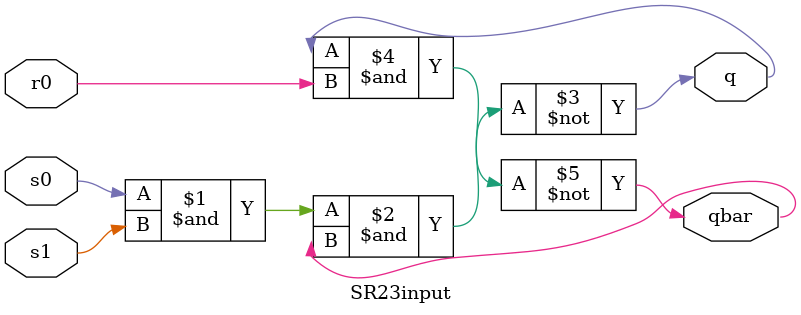
<source format=v>
`timescale 1ns/1ns

module SR2input(input s , r , output q , qbar);
   nand #(8) n1(q , s , qbar);
   nand #(8) n2(qbar , q , r);
endmodule


module SR3input(input s0 , s1 , r0 , r1 , output q , qbar);
   nand #(12) n1(q , s0 , s1 , qbar);
   nand #(12) n2(qbar , q , r0 , r1);
endmodule


module SR23input(input s0 , s1 , r0 , output q , qbar);
   nand #(12) n1(q , s0 , s1 , qbar);
   nand #(8) n2(qbar , q , r0);
endmodule

</source>
